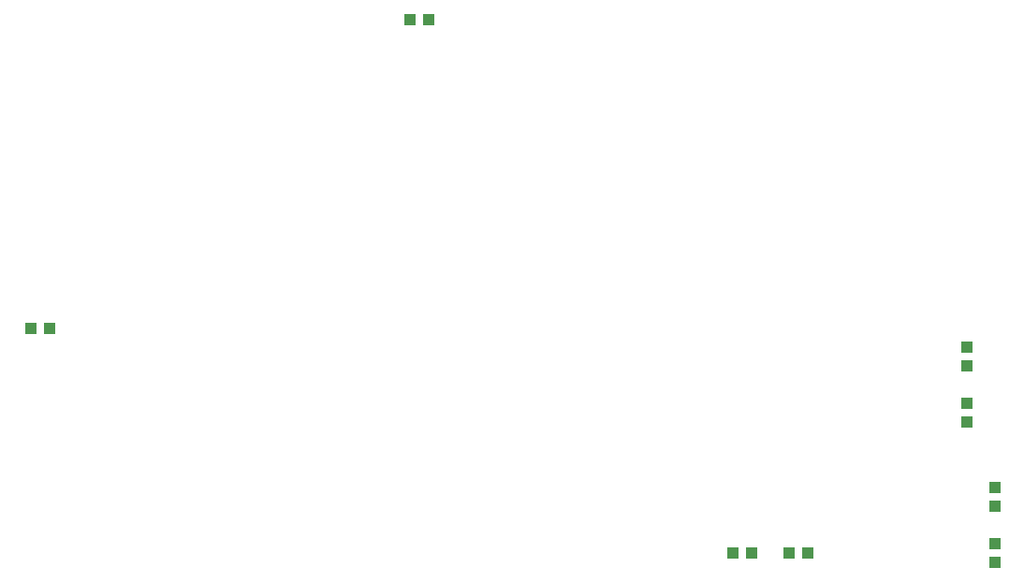
<source format=gbr>
G04 EAGLE Gerber RS-274X export*
G75*
%MOMM*%
%FSLAX34Y34*%
%LPD*%
%INSolderpaste Top*%
%IPPOS*%
%AMOC8*
5,1,8,0,0,1.08239X$1,22.5*%
G01*
%ADD10R,1.000000X1.100000*%
%ADD11R,1.100000X1.000000*%


D10*
X1498600Y372500D03*
X1498600Y389500D03*
X1498600Y423300D03*
X1498600Y440300D03*
D11*
X1303900Y254000D03*
X1286900Y254000D03*
X1354700Y254000D03*
X1337700Y254000D03*
D10*
X1524000Y245500D03*
X1524000Y262500D03*
X1524000Y296300D03*
X1524000Y313300D03*
D11*
X668900Y457200D03*
X651900Y457200D03*
X994800Y736600D03*
X1011800Y736600D03*
M02*

</source>
